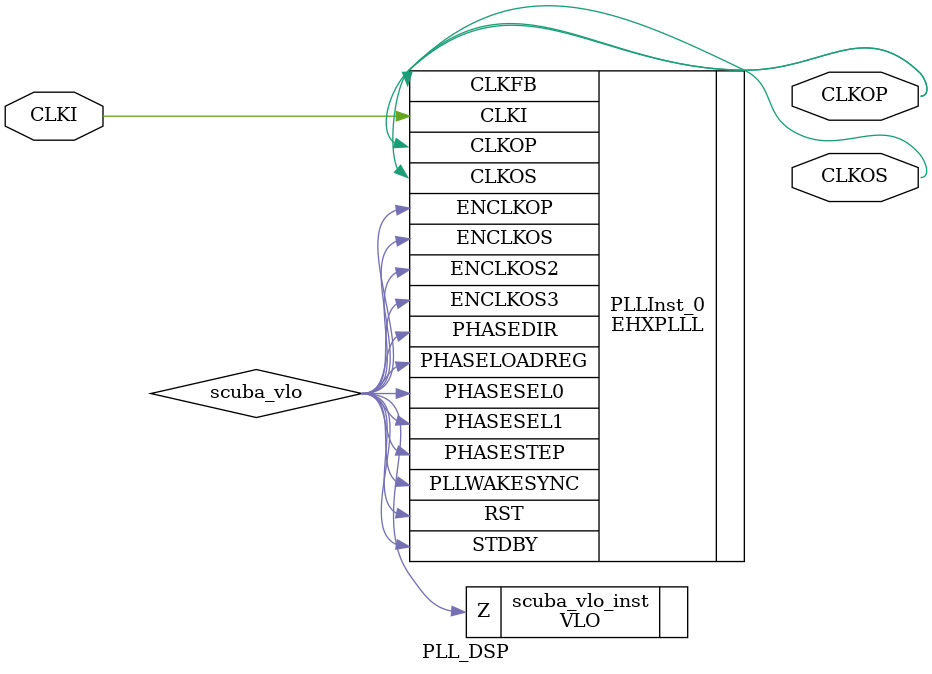
<source format=v>

module PLL_DSP (CLKI, CLKOP, CLKOS) /* synthesis NGD_DRC_MASK=1, syn_module_defined=1 */ ;   // c:/users/mrtea/workspace_v10/skjee/fpga/clarity/pll_dsp/pll_dsp.v(8[8:15])
    input CLKI;   // c:/users/mrtea/workspace_v10/skjee/fpga/clarity/pll_dsp/pll_dsp.v(9[16:20])
    output CLKOP;   // c:/users/mrtea/workspace_v10/skjee/fpga/clarity/pll_dsp/pll_dsp.v(10[17:22])
    output CLKOS;   // c:/users/mrtea/workspace_v10/skjee/fpga/clarity/pll_dsp/pll_dsp.v(11[17:22])
    
    wire CLKI /* synthesis is_clock=1 */ ;   // c:/users/mrtea/workspace_v10/skjee/fpga/clarity/pll_dsp/pll_dsp.v(9[16:20])
    wire CLKOP /* synthesis is_clock=1 */ ;   // c:/users/mrtea/workspace_v10/skjee/fpga/clarity/pll_dsp/pll_dsp.v(10[17:22])
    
    wire scuba_vlo, VCC_net;
    
    VLO scuba_vlo_inst (.Z(scuba_vlo));
    EHXPLLL PLLInst_0 (.CLKI(CLKI), .CLKFB(CLKOP), .PHASESEL0(scuba_vlo), 
            .PHASESEL1(scuba_vlo), .PHASEDIR(scuba_vlo), .PHASESTEP(scuba_vlo), 
            .PHASELOADREG(scuba_vlo), .STDBY(scuba_vlo), .PLLWAKESYNC(scuba_vlo), 
            .RST(scuba_vlo), .ENCLKOP(scuba_vlo), .ENCLKOS(scuba_vlo), 
            .ENCLKOS2(scuba_vlo), .ENCLKOS3(scuba_vlo), .CLKOP(CLKOP), 
            .CLKOS(CLKOS)) /* synthesis FREQUENCY_PIN_CLKOS="200.000000", FREQUENCY_PIN_CLKOP="100.000000", FREQUENCY_PIN_CLKI="20.000000", ICP_CURRENT="5", LPF_RESISTOR="16", syn_instantiated=1 */ ;
    defparam PLLInst_0.CLKI_DIV = 1;
    defparam PLLInst_0.CLKFB_DIV = 5;
    defparam PLLInst_0.CLKOP_DIV = 6;
    defparam PLLInst_0.CLKOS_DIV = 3;
    defparam PLLInst_0.CLKOS2_DIV = 1;
    defparam PLLInst_0.CLKOS3_DIV = 1;
    defparam PLLInst_0.CLKOP_ENABLE = "ENABLED";
    defparam PLLInst_0.CLKOS_ENABLE = "ENABLED";
    defparam PLLInst_0.CLKOS2_ENABLE = "DISABLED";
    defparam PLLInst_0.CLKOS3_ENABLE = "DISABLED";
    defparam PLLInst_0.CLKOP_CPHASE = 5;
    defparam PLLInst_0.CLKOS_CPHASE = 2;
    defparam PLLInst_0.CLKOS2_CPHASE = 0;
    defparam PLLInst_0.CLKOS3_CPHASE = 0;
    defparam PLLInst_0.CLKOP_FPHASE = 0;
    defparam PLLInst_0.CLKOS_FPHASE = 0;
    defparam PLLInst_0.CLKOS2_FPHASE = 0;
    defparam PLLInst_0.CLKOS3_FPHASE = 0;
    defparam PLLInst_0.FEEDBK_PATH = "CLKOP";
    defparam PLLInst_0.CLKOP_TRIM_POL = "FALLING";
    defparam PLLInst_0.CLKOP_TRIM_DELAY = 0;
    defparam PLLInst_0.CLKOS_TRIM_POL = "FALLING";
    defparam PLLInst_0.CLKOS_TRIM_DELAY = 0;
    defparam PLLInst_0.OUTDIVIDER_MUXA = "DIVA";
    defparam PLLInst_0.OUTDIVIDER_MUXB = "DIVB";
    defparam PLLInst_0.OUTDIVIDER_MUXC = "DIVC";
    defparam PLLInst_0.OUTDIVIDER_MUXD = "DIVD";
    defparam PLLInst_0.PLL_LOCK_MODE = 0;
    defparam PLLInst_0.PLL_LOCK_DELAY = 200;
    defparam PLLInst_0.STDBY_ENABLE = "DISABLED";
    defparam PLLInst_0.REFIN_RESET = "DISABLED";
    defparam PLLInst_0.SYNC_ENABLE = "DISABLED";
    defparam PLLInst_0.INT_LOCK_STICKY = "ENABLED";
    defparam PLLInst_0.DPHASE_SOURCE = "DISABLED";
    defparam PLLInst_0.PLLRST_ENA = "DISABLED";
    defparam PLLInst_0.INTFB_WAKE = "DISABLED";
    PUR PUR_INST (.PUR(VCC_net));
    defparam PUR_INST.RST_PULSE = 1;
    GSR GSR_INST (.GSR(VCC_net));
    VHI i84 (.Z(VCC_net));
    
endmodule
//
// Verilog Description of module PUR
// module not written out since it is a black-box. 
//


</source>
